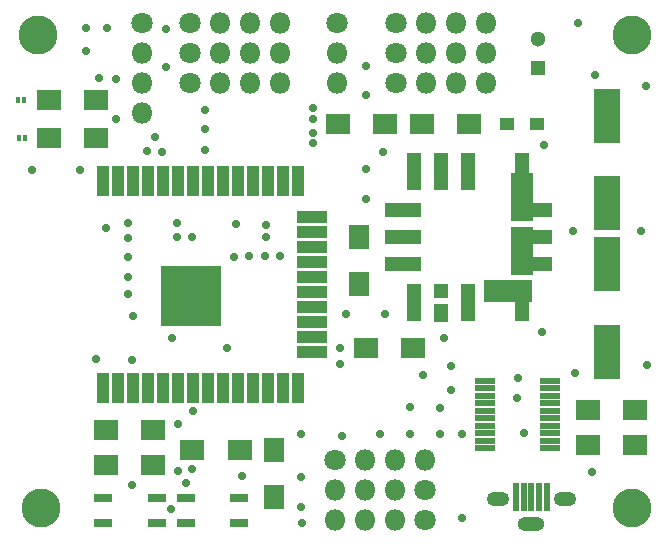
<source format=gts>
G04 #@! TF.FileFunction,Soldermask,Top*
%FSLAX46Y46*%
G04 Gerber Fmt 4.6, Leading zero omitted, Abs format (unit mm)*
G04 Created by KiCad (PCBNEW 4.0.7) date 01/06/19 19:56:26*
%MOMM*%
%LPD*%
G01*
G04 APERTURE LIST*
%ADD10C,0.200000*%
%ADD11C,0.700000*%
%ADD12C,3.300000*%
%ADD13R,1.700000X0.530000*%
%ADD14C,1.300000*%
%ADD15R,1.300000X1.300000*%
%ADD16R,1.200000X1.100000*%
%ADD17R,2.200000X4.600000*%
%ADD18R,2.100000X1.700000*%
%ADD19R,0.550000X2.400000*%
%ADD20O,1.900000X1.200000*%
%ADD21O,2.300000X1.200000*%
%ADD22O,1.800000X1.800000*%
%ADD23C,1.800000*%
%ADD24R,2.100000X1.800000*%
%ADD25R,1.800000X2.100000*%
%ADD26R,1.550000X0.750000*%
%ADD27R,1.300000X3.100000*%
%ADD28R,3.100000X1.300000*%
%ADD29R,1.250000X1.250000*%
%ADD30R,1.900000X4.180000*%
%ADD31R,4.180000X1.900000*%
%ADD32R,1.300000X1.600000*%
%ADD33R,1.000000X2.600000*%
%ADD34R,2.600000X1.000000*%
%ADD35R,5.100000X5.100000*%
%ADD36R,0.400000X0.600000*%
G04 APERTURE END LIST*
D10*
D11*
X51600000Y-46100000D03*
X50000000Y-36400000D03*
X50000000Y-33800000D03*
X50000000Y-27600000D03*
X50000000Y-25100000D03*
X73700000Y-26800000D03*
X69400000Y-25900000D03*
X67900000Y-21500000D03*
X65100000Y-31800000D03*
X73800000Y-50400000D03*
X73300000Y-39100000D03*
X67500000Y-39100000D03*
X64900000Y-47600000D03*
X67700000Y-51100000D03*
X62900000Y-51500000D03*
X69100000Y-59500000D03*
X58100000Y-63400000D03*
X58100000Y-56300000D03*
X56300000Y-56300000D03*
X56300000Y-54100000D03*
X57200000Y-50500000D03*
X47800000Y-50300000D03*
X53700000Y-54000000D03*
X53700000Y-56300000D03*
X51200000Y-56300000D03*
X48000000Y-56400000D03*
X44500000Y-56300000D03*
X44600000Y-63800000D03*
X44500000Y-62400000D03*
X44500000Y-59900000D03*
X39500000Y-59800000D03*
X33500000Y-62600000D03*
X34100000Y-59400000D03*
X34100000Y-55400000D03*
X30300000Y-46300000D03*
X29800000Y-44400000D03*
X29800000Y-43000000D03*
X29800000Y-41300000D03*
X29800000Y-39700000D03*
X29800000Y-38400000D03*
X34000000Y-39600000D03*
X35300000Y-39600000D03*
X41500000Y-39600000D03*
X41500000Y-38600000D03*
X39000000Y-38500000D03*
X34000000Y-38400000D03*
X36400000Y-32200000D03*
X36400000Y-30400000D03*
X36400000Y-28800000D03*
X32100000Y-31100000D03*
X28800000Y-29600000D03*
X28800000Y-26200000D03*
X33100000Y-25200000D03*
X33100000Y-22000000D03*
X26300000Y-23800000D03*
X28100000Y-21900000D03*
X26300000Y-21900000D03*
X25800000Y-33900000D03*
D12*
X22500000Y-62500000D03*
D13*
X60050000Y-51742000D03*
X60050000Y-52377000D03*
X60050000Y-53012000D03*
X60050000Y-53647000D03*
X60050000Y-54282000D03*
X60050000Y-54917000D03*
X60050000Y-55552000D03*
X60050000Y-56187000D03*
X60050000Y-56822000D03*
X60050000Y-57457000D03*
X65550000Y-57457000D03*
X65550000Y-56822000D03*
X65550000Y-56187000D03*
X65550000Y-55552000D03*
X65550000Y-54917000D03*
X65550000Y-54282000D03*
X65550000Y-53647000D03*
X65550000Y-53012000D03*
X65550000Y-52377000D03*
X65550000Y-51742000D03*
D12*
X22250000Y-22500000D03*
D14*
X64550000Y-22800000D03*
D15*
X64550000Y-25300000D03*
D16*
X61900000Y-30050000D03*
X64500000Y-30050000D03*
D12*
X72500000Y-62500000D03*
D17*
X70400000Y-36700000D03*
X70400000Y-29300000D03*
X70400000Y-41900000D03*
X70400000Y-49300000D03*
D18*
X32000000Y-55900000D03*
X28000000Y-55900000D03*
X68800000Y-57200000D03*
X72800000Y-57200000D03*
X68800000Y-54200000D03*
X72800000Y-54200000D03*
D19*
X64000000Y-61575000D03*
X64650000Y-61575000D03*
X63350000Y-61575000D03*
X65300000Y-61575000D03*
X62700000Y-61575000D03*
D20*
X61200000Y-61725000D03*
X66800000Y-61725000D03*
D21*
X64000000Y-63875000D03*
D22*
X60120000Y-26540000D03*
D23*
X52500000Y-26540000D03*
D22*
X55040000Y-26540000D03*
X57580000Y-26540000D03*
X60120000Y-21460000D03*
X60120000Y-24000000D03*
X57580000Y-21460000D03*
D23*
X52500000Y-21460000D03*
D22*
X55040000Y-21460000D03*
D23*
X52500000Y-24000000D03*
D22*
X55040000Y-24000000D03*
X57580000Y-24000000D03*
D23*
X47500000Y-21460000D03*
D22*
X47500000Y-24000000D03*
X47500000Y-26540000D03*
X42720000Y-26540000D03*
D23*
X35100000Y-26540000D03*
D22*
X37640000Y-26540000D03*
X40180000Y-26540000D03*
X42720000Y-21460000D03*
X42720000Y-24000000D03*
X40180000Y-21460000D03*
D23*
X35100000Y-21460000D03*
D22*
X37640000Y-21460000D03*
D23*
X35100000Y-24000000D03*
D22*
X37640000Y-24000000D03*
X40180000Y-24000000D03*
D24*
X54750000Y-30000000D03*
X58750000Y-30000000D03*
X51600000Y-30000000D03*
X47600000Y-30000000D03*
X54000000Y-49000000D03*
X50000000Y-49000000D03*
D25*
X49400000Y-43600000D03*
X49400000Y-39600000D03*
D24*
X27150000Y-31200000D03*
X23150000Y-31200000D03*
X27150000Y-27975000D03*
X23150000Y-27975000D03*
D26*
X27725000Y-61675000D03*
X32275000Y-61675000D03*
X27725000Y-63825000D03*
X32275000Y-63825000D03*
X34725000Y-61675000D03*
X39275000Y-61675000D03*
X34725000Y-63825000D03*
X39275000Y-63825000D03*
D27*
X58600000Y-34000000D03*
X56310000Y-34000000D03*
X54020000Y-34000000D03*
D28*
X53120000Y-37310000D03*
X53120000Y-39600000D03*
X53120000Y-41890000D03*
D27*
X54020000Y-45200000D03*
X58600000Y-45200000D03*
D28*
X64210000Y-41890000D03*
X64210000Y-39600000D03*
X64210000Y-37310000D03*
D27*
X63180000Y-45200000D03*
D29*
X58600000Y-35030000D03*
D30*
X63180000Y-36170000D03*
X63180000Y-40740000D03*
D31*
X62040000Y-44170000D03*
D29*
X58600000Y-44170000D03*
X54020000Y-44170000D03*
X54020000Y-39600000D03*
X54020000Y-37310000D03*
X54020000Y-35030000D03*
X56310000Y-35030000D03*
X56310000Y-44170000D03*
X54020000Y-41890000D03*
D27*
X63180000Y-34000000D03*
D32*
X56310000Y-46000000D03*
D33*
X27690000Y-34850000D03*
X28960000Y-34850000D03*
X30225000Y-34850000D03*
X31495000Y-34850000D03*
X32765000Y-34850000D03*
X34035000Y-34850000D03*
X35305000Y-34850000D03*
X36575000Y-34850000D03*
X37845000Y-34850000D03*
X39115000Y-34850000D03*
X40385000Y-34850000D03*
X41655000Y-34850000D03*
X42925000Y-34850000D03*
X44195000Y-34850000D03*
D34*
X45450000Y-37885000D03*
X45450000Y-39155000D03*
X45450000Y-40425000D03*
X45450000Y-41695000D03*
X45450000Y-42965000D03*
X45450000Y-44235000D03*
X45450000Y-45505000D03*
X45450000Y-46770000D03*
X45450000Y-48045000D03*
X45450000Y-49315000D03*
D33*
X44195000Y-52350000D03*
X42925000Y-52350000D03*
X41655000Y-52350000D03*
X40385000Y-52350000D03*
X39115000Y-52350000D03*
X37845000Y-52350000D03*
X36575000Y-52350000D03*
X35305000Y-52350000D03*
X34035000Y-52350000D03*
X32765000Y-52350000D03*
X31495000Y-52350000D03*
X30225000Y-52350000D03*
X28960000Y-52350000D03*
X27690000Y-52350000D03*
D35*
X35190000Y-44600000D03*
D12*
X72500000Y-22500000D03*
D22*
X31000000Y-29080000D03*
D23*
X31000000Y-21460000D03*
D22*
X31000000Y-24000000D03*
X31000000Y-26540000D03*
D36*
X20600000Y-31200000D03*
X21100000Y-31200000D03*
X20550000Y-27950000D03*
X21050000Y-27950000D03*
D22*
X55000000Y-58460000D03*
D23*
X47380000Y-58460000D03*
D22*
X49920000Y-58460000D03*
X52460000Y-58460000D03*
X47380000Y-63540000D03*
X47380000Y-61000000D03*
X49920000Y-63540000D03*
D23*
X55000000Y-63540000D03*
D22*
X52460000Y-63540000D03*
D23*
X55000000Y-61000000D03*
D22*
X52460000Y-61000000D03*
X49920000Y-61000000D03*
D24*
X39300000Y-57600000D03*
X35300000Y-57600000D03*
X32000000Y-58900000D03*
X28000000Y-58900000D03*
D25*
X42200000Y-61600000D03*
X42200000Y-57600000D03*
D11*
X21700000Y-33900000D03*
X28000000Y-38800000D03*
X33600000Y-48100000D03*
X35300000Y-59225000D03*
X27400000Y-26150000D03*
X56600000Y-48100000D03*
X62800000Y-53200000D03*
X63400000Y-56200000D03*
X30200000Y-50000000D03*
X30200000Y-60600000D03*
X34750000Y-60450000D03*
X27150000Y-49900000D03*
X31450000Y-32300000D03*
X57150000Y-52550000D03*
X32750000Y-32350000D03*
X54850000Y-51300000D03*
X45500000Y-31650000D03*
X45500000Y-28700000D03*
X45500000Y-29600000D03*
X45500000Y-30750000D03*
X42700000Y-41200000D03*
X38800000Y-41300000D03*
X40100000Y-41200000D03*
X41400000Y-41200000D03*
X35325000Y-54325000D03*
X51400000Y-32400000D03*
X48300000Y-46100000D03*
X47800000Y-49000000D03*
X38200000Y-49000000D03*
M02*

</source>
